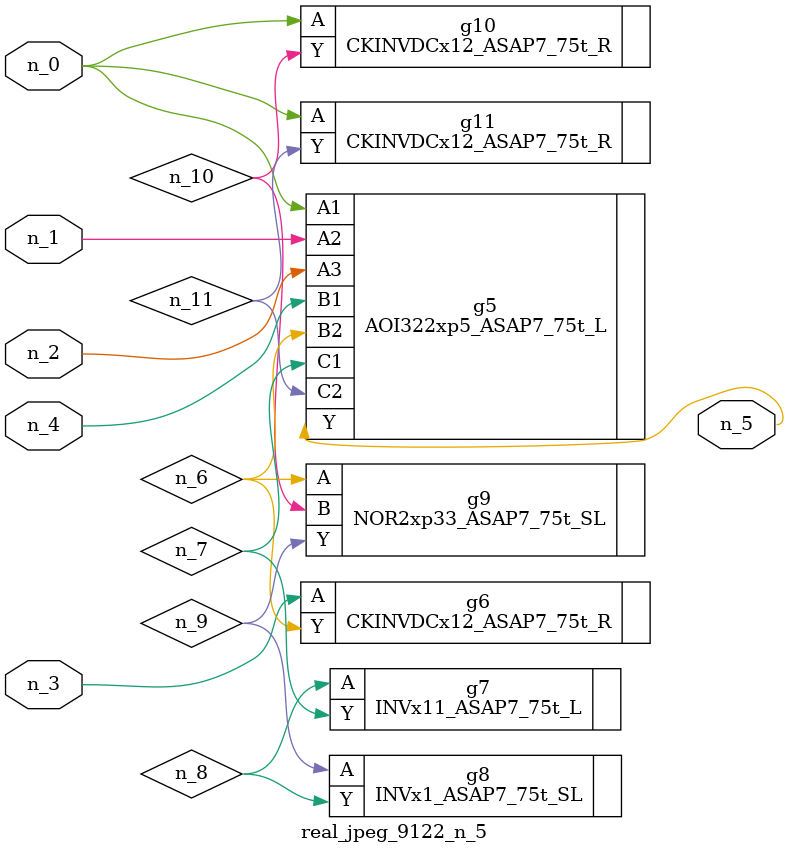
<source format=v>
module real_jpeg_9122_n_5 (n_4, n_0, n_1, n_2, n_3, n_5);

input n_4;
input n_0;
input n_1;
input n_2;
input n_3;

output n_5;

wire n_8;
wire n_11;
wire n_6;
wire n_7;
wire n_10;
wire n_9;

AOI322xp5_ASAP7_75t_L g5 ( 
.A1(n_0),
.A2(n_1),
.A3(n_2),
.B1(n_4),
.B2(n_6),
.C1(n_7),
.C2(n_11),
.Y(n_5)
);

CKINVDCx12_ASAP7_75t_R g10 ( 
.A(n_0),
.Y(n_10)
);

CKINVDCx12_ASAP7_75t_R g11 ( 
.A(n_0),
.Y(n_11)
);

CKINVDCx12_ASAP7_75t_R g6 ( 
.A(n_3),
.Y(n_6)
);

NOR2xp33_ASAP7_75t_SL g9 ( 
.A(n_6),
.B(n_10),
.Y(n_9)
);

INVx11_ASAP7_75t_L g7 ( 
.A(n_8),
.Y(n_7)
);

INVx1_ASAP7_75t_SL g8 ( 
.A(n_9),
.Y(n_8)
);


endmodule
</source>
